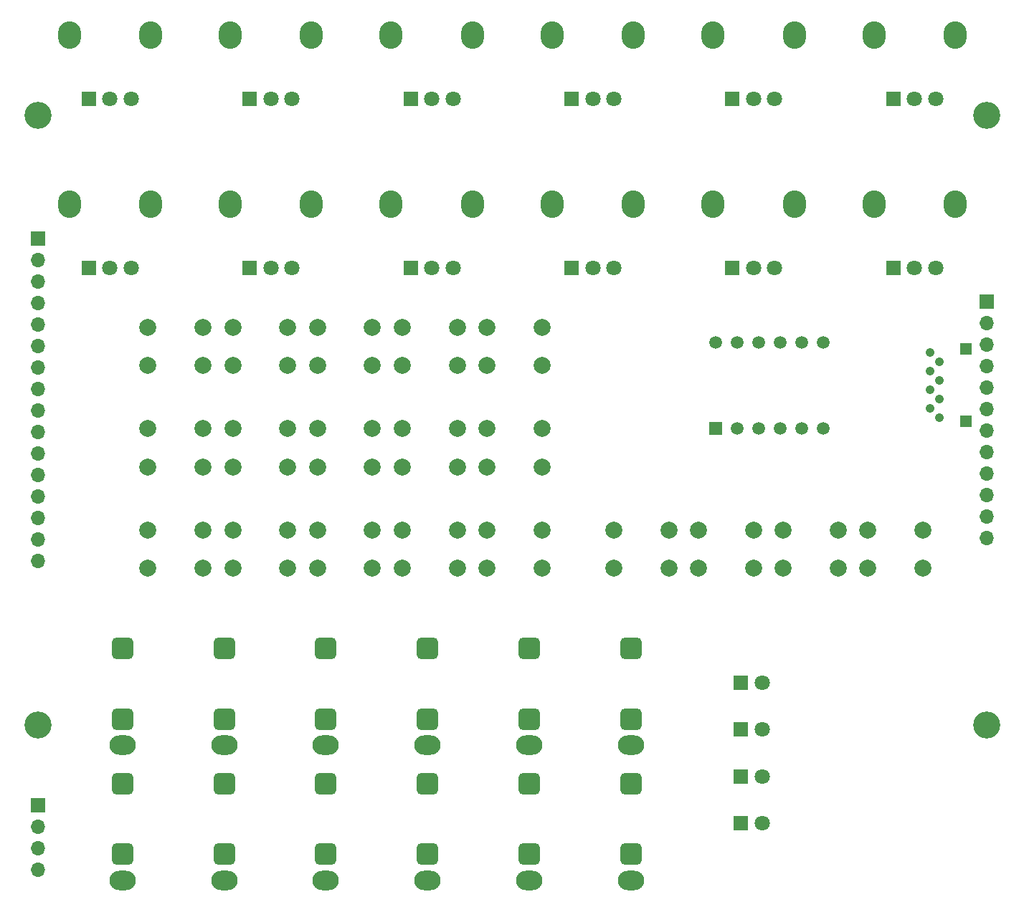
<source format=gbr>
%TF.GenerationSoftware,KiCad,Pcbnew,7.0.2*%
%TF.CreationDate,2025-03-10T10:37:47+00:00*%
%TF.ProjectId,dk2_04b_top,646b325f-3034-4625-9f74-6f702e6b6963,rev?*%
%TF.SameCoordinates,Original*%
%TF.FileFunction,Soldermask,Top*%
%TF.FilePolarity,Negative*%
%FSLAX46Y46*%
G04 Gerber Fmt 4.6, Leading zero omitted, Abs format (unit mm)*
G04 Created by KiCad (PCBNEW 7.0.2) date 2025-03-10 10:37:47*
%MOMM*%
%LPD*%
G01*
G04 APERTURE LIST*
G04 Aperture macros list*
%AMRoundRect*
0 Rectangle with rounded corners*
0 $1 Rounding radius*
0 $2 $3 $4 $5 $6 $7 $8 $9 X,Y pos of 4 corners*
0 Add a 4 corners polygon primitive as box body*
4,1,4,$2,$3,$4,$5,$6,$7,$8,$9,$2,$3,0*
0 Add four circle primitives for the rounded corners*
1,1,$1+$1,$2,$3*
1,1,$1+$1,$4,$5*
1,1,$1+$1,$6,$7*
1,1,$1+$1,$8,$9*
0 Add four rect primitives between the rounded corners*
20,1,$1+$1,$2,$3,$4,$5,0*
20,1,$1+$1,$4,$5,$6,$7,0*
20,1,$1+$1,$6,$7,$8,$9,0*
20,1,$1+$1,$8,$9,$2,$3,0*%
G04 Aperture macros list end*
%ADD10C,2.000000*%
%ADD11O,2.720000X3.240000*%
%ADD12R,1.800000X1.800000*%
%ADD13C,1.800000*%
%ADD14O,3.100000X2.300000*%
%ADD15RoundRect,0.650000X-0.650000X-0.650000X0.650000X-0.650000X0.650000X0.650000X-0.650000X0.650000X0*%
%ADD16C,3.200000*%
%ADD17R,1.500000X1.500000*%
%ADD18C,1.500000*%
%ADD19C,1.050000*%
%ADD20R,1.350000X1.350000*%
%ADD21R,1.700000X1.700000*%
%ADD22O,1.700000X1.700000*%
G04 APERTURE END LIST*
D10*
%TO.C,SW10*%
X127000000Y-93000000D03*
X133500000Y-93000000D03*
X127000000Y-97500000D03*
X133500000Y-97500000D03*
%TD*%
%TO.C,SW8*%
X107000000Y-93000000D03*
X113500000Y-93000000D03*
X107000000Y-97500000D03*
X113500000Y-97500000D03*
%TD*%
D11*
%TO.C,RV3*%
X115700000Y-46500000D03*
X125300000Y-46500000D03*
D12*
X118000000Y-54000000D03*
D13*
X120500000Y-54000000D03*
X123000000Y-54000000D03*
%TD*%
D14*
%TO.C,J2*%
X96000000Y-130400000D03*
D15*
X96000000Y-119000000D03*
X96000000Y-127300000D03*
%TD*%
D14*
%TO.C,J13*%
X132000000Y-130400000D03*
D15*
X132000000Y-119000000D03*
X132000000Y-127300000D03*
%TD*%
D11*
%TO.C,RV8*%
X134700000Y-66500000D03*
X144300000Y-66500000D03*
D12*
X137000000Y-74000000D03*
D13*
X139500000Y-74000000D03*
X142000000Y-74000000D03*
%TD*%
D14*
%TO.C,J12*%
X120000000Y-130400000D03*
D15*
X120000000Y-119000000D03*
X120000000Y-127300000D03*
%TD*%
D10*
%TO.C,SW19*%
X172000000Y-105000000D03*
X178500000Y-105000000D03*
X172000000Y-109500000D03*
X178500000Y-109500000D03*
%TD*%
D16*
%TO.C,H1*%
X74000000Y-56000000D03*
%TD*%
D14*
%TO.C,J11*%
X144000000Y-146400000D03*
D15*
X144000000Y-135000000D03*
X144000000Y-143300000D03*
%TD*%
D11*
%TO.C,RV4*%
X134700000Y-46500000D03*
X144300000Y-46500000D03*
D12*
X137000000Y-54000000D03*
D13*
X139500000Y-54000000D03*
X142000000Y-54000000D03*
%TD*%
D10*
%TO.C,SW3*%
X107000000Y-81000000D03*
X113500000Y-81000000D03*
X107000000Y-85500000D03*
X113500000Y-85500000D03*
%TD*%
D11*
%TO.C,RV1*%
X77700000Y-46500000D03*
X87300000Y-46500000D03*
D12*
X80000000Y-54000000D03*
D13*
X82500000Y-54000000D03*
X85000000Y-54000000D03*
%TD*%
D11*
%TO.C,RV10*%
X172700000Y-46500000D03*
X182300000Y-46500000D03*
D12*
X175000000Y-54000000D03*
D13*
X177500000Y-54000000D03*
X180000000Y-54000000D03*
%TD*%
D14*
%TO.C,J4*%
X84000000Y-130400000D03*
D15*
X84000000Y-119000000D03*
X84000000Y-127300000D03*
%TD*%
D10*
%TO.C,SW9*%
X117000000Y-93000000D03*
X123500000Y-93000000D03*
X117000000Y-97500000D03*
X123500000Y-97500000D03*
%TD*%
D14*
%TO.C,J14*%
X120000000Y-146400000D03*
D15*
X120000000Y-135000000D03*
X120000000Y-143300000D03*
%TD*%
D14*
%TO.C,J15*%
X132000000Y-146400000D03*
D15*
X132000000Y-135000000D03*
X132000000Y-143300000D03*
%TD*%
D10*
%TO.C,SW6*%
X87000000Y-93000000D03*
X93500000Y-93000000D03*
X87000000Y-97500000D03*
X93500000Y-97500000D03*
%TD*%
D11*
%TO.C,RV7*%
X115700000Y-66500000D03*
X125300000Y-66500000D03*
D12*
X118000000Y-74000000D03*
D13*
X120500000Y-74000000D03*
X123000000Y-74000000D03*
%TD*%
D10*
%TO.C,SW17*%
X152000000Y-105000000D03*
X158500000Y-105000000D03*
X152000000Y-109500000D03*
X158500000Y-109500000D03*
%TD*%
%TO.C,SW1*%
X87000000Y-81000000D03*
X93500000Y-81000000D03*
X87000000Y-85500000D03*
X93500000Y-85500000D03*
%TD*%
D17*
%TO.C,U3*%
X154000000Y-93000000D03*
D18*
X156540000Y-93000000D03*
X159080000Y-93000000D03*
X161620000Y-93000000D03*
X164160000Y-93000000D03*
X166700000Y-93000000D03*
X166700000Y-82840000D03*
X164160000Y-82840000D03*
X161620000Y-82840000D03*
X159080000Y-82840000D03*
X156540000Y-82840000D03*
X154000000Y-82840000D03*
%TD*%
D19*
%TO.C,J6*%
X180400000Y-91700000D03*
X179300000Y-90600000D03*
X180400000Y-89500000D03*
X179300000Y-88400000D03*
X180400000Y-87300000D03*
X179300000Y-86200000D03*
X180400000Y-85100000D03*
X179300000Y-84000000D03*
D20*
X183570000Y-92150000D03*
X183570000Y-83550000D03*
%TD*%
D12*
%TO.C,D3*%
X157000000Y-134100000D03*
D13*
X159540000Y-134100000D03*
%TD*%
D11*
%TO.C,RV11*%
X153700000Y-66500000D03*
X163300000Y-66500000D03*
D12*
X156000000Y-74000000D03*
D13*
X158500000Y-74000000D03*
X161000000Y-74000000D03*
%TD*%
D11*
%TO.C,RV9*%
X153700000Y-46500000D03*
X163300000Y-46500000D03*
D12*
X156000000Y-54000000D03*
D13*
X158500000Y-54000000D03*
X161000000Y-54000000D03*
%TD*%
D14*
%TO.C,J8*%
X96000000Y-146400000D03*
D15*
X96000000Y-135000000D03*
X96000000Y-143300000D03*
%TD*%
D10*
%TO.C,SW15*%
X127000000Y-105000000D03*
X133500000Y-105000000D03*
X127000000Y-109500000D03*
X133500000Y-109500000D03*
%TD*%
%TO.C,SW13*%
X107000000Y-105000000D03*
X113500000Y-105000000D03*
X107000000Y-109500000D03*
X113500000Y-109500000D03*
%TD*%
%TO.C,SW18*%
X162000000Y-105000000D03*
X168500000Y-105000000D03*
X162000000Y-109500000D03*
X168500000Y-109500000D03*
%TD*%
D16*
%TO.C,H2*%
X186000000Y-56000000D03*
%TD*%
D10*
%TO.C,SW11*%
X87000000Y-105000000D03*
X93500000Y-105000000D03*
X87000000Y-109500000D03*
X93500000Y-109500000D03*
%TD*%
%TO.C,SW2*%
X97000000Y-81000000D03*
X103500000Y-81000000D03*
X97000000Y-85500000D03*
X103500000Y-85500000D03*
%TD*%
%TO.C,SW7*%
X97000000Y-93000000D03*
X103500000Y-93000000D03*
X97000000Y-97500000D03*
X103500000Y-97500000D03*
%TD*%
D12*
%TO.C,D2*%
X157000000Y-128550000D03*
D13*
X159540000Y-128550000D03*
%TD*%
D12*
%TO.C,D1*%
X157000000Y-123000000D03*
D13*
X159540000Y-123000000D03*
%TD*%
D14*
%TO.C,J5*%
X144000000Y-130400000D03*
D15*
X144000000Y-119000000D03*
X144000000Y-127300000D03*
%TD*%
D10*
%TO.C,SW12*%
X97000000Y-105000000D03*
X103500000Y-105000000D03*
X97000000Y-109500000D03*
X103500000Y-109500000D03*
%TD*%
D16*
%TO.C,H3*%
X74000000Y-128000000D03*
%TD*%
D12*
%TO.C,D4*%
X157000000Y-139650000D03*
D13*
X159540000Y-139650000D03*
%TD*%
D10*
%TO.C,SW4*%
X117000000Y-81000000D03*
X123500000Y-81000000D03*
X117000000Y-85500000D03*
X123500000Y-85500000D03*
%TD*%
D11*
%TO.C,RV12*%
X172700000Y-66500000D03*
X182300000Y-66500000D03*
D12*
X175000000Y-74000000D03*
D13*
X177500000Y-74000000D03*
X180000000Y-74000000D03*
%TD*%
D16*
%TO.C,H4*%
X186000000Y-128000000D03*
%TD*%
D14*
%TO.C,J9*%
X108000000Y-146400000D03*
D15*
X108000000Y-135000000D03*
X108000000Y-143300000D03*
%TD*%
D11*
%TO.C,RV6*%
X96700000Y-66500000D03*
X106300000Y-66500000D03*
D12*
X99000000Y-74000000D03*
D13*
X101500000Y-74000000D03*
X104000000Y-74000000D03*
%TD*%
D21*
%TO.C,J16*%
X74000000Y-137500000D03*
D22*
X74000000Y-140040000D03*
X74000000Y-142580000D03*
X74000000Y-145120000D03*
%TD*%
D14*
%TO.C,J3*%
X108000000Y-130400000D03*
D15*
X108000000Y-119000000D03*
X108000000Y-127300000D03*
%TD*%
D11*
%TO.C,RV5*%
X77700000Y-66500000D03*
X87300000Y-66500000D03*
D12*
X80000000Y-74000000D03*
D13*
X82500000Y-74000000D03*
X85000000Y-74000000D03*
%TD*%
D10*
%TO.C,SW5*%
X127000000Y-81000000D03*
X133500000Y-81000000D03*
X127000000Y-85500000D03*
X133500000Y-85500000D03*
%TD*%
D11*
%TO.C,RV2*%
X96700000Y-46500000D03*
X106300000Y-46500000D03*
D12*
X99000000Y-54000000D03*
D13*
X101500000Y-54000000D03*
X104000000Y-54000000D03*
%TD*%
D10*
%TO.C,SW16*%
X142000000Y-105000000D03*
X148500000Y-105000000D03*
X142000000Y-109500000D03*
X148500000Y-109500000D03*
%TD*%
D14*
%TO.C,J10*%
X84000000Y-146400000D03*
D15*
X84000000Y-135000000D03*
X84000000Y-143300000D03*
%TD*%
D10*
%TO.C,SW14*%
X117000000Y-105000000D03*
X123500000Y-105000000D03*
X117000000Y-109500000D03*
X123500000Y-109500000D03*
%TD*%
D21*
%TO.C,J7*%
X186000000Y-78000000D03*
D22*
X186000000Y-80540000D03*
X186000000Y-83080000D03*
X186000000Y-85620000D03*
X186000000Y-88160000D03*
X186000000Y-90700000D03*
X186000000Y-93240000D03*
X186000000Y-95780000D03*
X186000000Y-98320000D03*
X186000000Y-100860000D03*
X186000000Y-103400000D03*
X186000000Y-105940000D03*
%TD*%
D21*
%TO.C,J1*%
X74000000Y-70500000D03*
D22*
X74000000Y-73040000D03*
X74000000Y-75580000D03*
X74000000Y-78120000D03*
X74000000Y-80660000D03*
X74000000Y-83200000D03*
X74000000Y-85740000D03*
X74000000Y-88280000D03*
X74000000Y-90820000D03*
X74000000Y-93360000D03*
X74000000Y-95900000D03*
X74000000Y-98440000D03*
X74000000Y-100980000D03*
X74000000Y-103520000D03*
X74000000Y-106060000D03*
X74000000Y-108600000D03*
%TD*%
M02*

</source>
